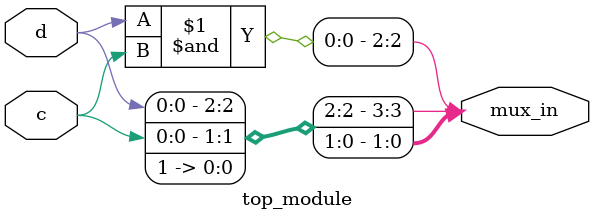
<source format=sv>
module top_module (
    input c,
    input d,
    output [3:0] mux_in
);

wire [1:0] mux0_out, mux1_out;

// Implement the Karnaugh map using multiplexers
assign mux_in[0] = 1;
assign mux_in[1] = c;
assign mux_in[2] = d & c;
assign mux_in[3] = d;

endmodule

</source>
